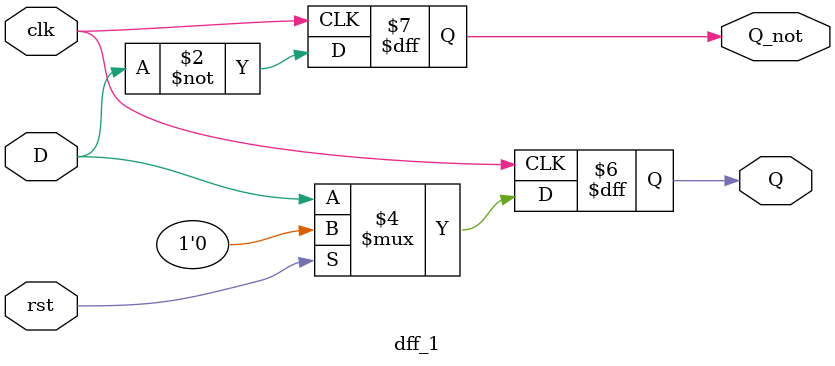
<source format=v>
`timescale 1ns / 1ps

module dff_1(D, clk, rst, Q, Q_not);
input D, clk, rst;
output reg Q,Q_not;

always@(posedge clk) begin
if ({rst})
Q <= 1'b0;
else 
Q <= D;
Q_not <= ~D;
end 
endmodule


</source>
